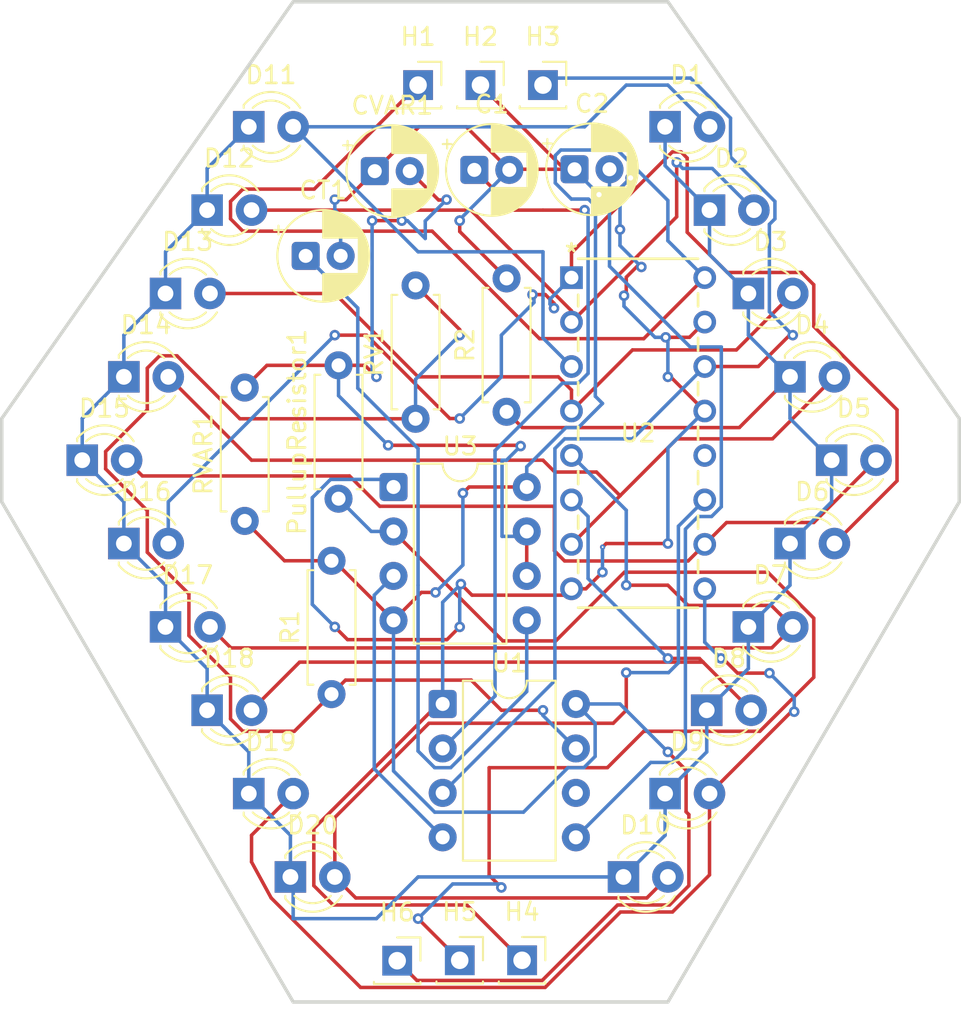
<source format=kicad_pcb>
(kicad_pcb (version 20241229) (generator "pcbnew") (generator_version "9.0")
  (layers (0 "F.Cu" signal) (2 "B.Cu" signal) (13 "F.Paste" user) (15 "B.Paste" user) (5 "F.SilkS" user "F.Silkscreen") (7 "B.SilkS" user "B.Silkscreen") (1 "F.Mask" user) (3 "B.Mask" user) (25 "Edge.Cuts" user))
  (net 0 "")
  (net 1 "Net-(U1-TR)")
  (net 2 "GND")
  (net 3 "Net-(U1-CV)")
  (net 4 "Net-(U3-CV)")
  (net 5 "Net-(U3-DIS)")
  (net 6 "Net-(D1-K)")
  (net 7 "L1")
  (net 8 "L2")
  (net 9 "L3")
  (net 10 "L4")
  (net 11 "L5")
  (net 12 "L6")
  (net 13 "L7")
  (net 14 "L8")
  (net 15 "L9")
  (net 16 "L10")
  (net 17 "+5V")
  (net 18 "OUT")
  (net 19 "Net-(U3-TR)")
  (net 20 "Net-(U1-DIS)")
  (net 21 "OUTPUT")
  (net 22 "Net-(U1-THR)")
  (footprint "Capacitor_THT:CP_Radial_D5.0mm_P2.00mm" (layer "F.Cu") (at 107.87141 64.525698)
    (property "Reference" "CT1")
    (property "Value" "10nF")
  )
  (footprint "Package_DIP:DIP-8_W7.62mm" (layer "F.Cu") (at 112.894582 77.731774)
    (property "Reference" "U3")
    (property "Value" "NE555P")
  )
  (footprint "LED_THT:LED_D3.0mm" (layer "F.Cu") (at 102.235 61.9125)
    (property "Reference" "D12")
    (property "Value" "LED")
  )
  (footprint "LED_THT:LED_D3.0mm" (layer "F.Cu") (at 99.85375 85.725)
    (property "Reference" "D17")
    (property "Value" "LED")
  )
  (footprint "LED_THT:LED_D3.0mm" (layer "F.Cu") (at 99.85375 66.675)
    (property "Reference" "D13")
    (property "Value" "LED")
  )
  (footprint "LED_THT:LED_D3.0mm" (layer "F.Cu") (at 130.96875 61.9125)
    (property "Reference" "D2")
    (property "Value" "LED")
  )
  (footprint "CD4017BE:N16" (layer "F.Cu") (at 123.075006 65.769075)
    (property "Reference" "U2")
    (property "Value" "4017")
  )
  (footprint "LED_THT:LED_D3.0mm" (layer "F.Cu") (at 137.95375 76.2)
    (property "Reference" "D5")
    (property "Value" "LED")
  )
  (footprint "Resistor_THT:R_Axial_DIN0207_L6.3mm_D2.5mm_P7.62mm_Horizontal" (layer "F.Cu") (at 104.384419 79.669448 90)
    (property "Reference" "RVAR1")
    (property "Value" "500k")
  )
  (footprint "Capacitor_THT:CP_Radial_D5.0mm_P2.00mm" (layer "F.Cu") (at 117.517897 59.613465)
    (property "Reference" "C1")
    (property "Value" "1 uf")
  )
  (footprint "LED_THT:LED_D3.0mm" (layer "F.Cu") (at 135.5725 80.9625)
    (property "Reference" "D6")
    (property "Value" "LED")
  )
  (footprint "LED_THT:LED_D3.0mm" (layer "F.Cu") (at 133.19125 85.725)
    (property "Reference" "D7")
    (property "Value" "LED")
  )
  (footprint "Package_DIP:DIP-8_W7.62mm" (layer "F.Cu") (at 115.706657 90.129356)
    (property "Reference" "U1")
    (property "Value" "NE555P")
  )
  (footprint "LED_THT:LED_D3.0mm" (layer "F.Cu") (at 104.61625 95.25)
    (property "Reference" "D19")
    (property "Value" "LED")
  )
  (footprint "LED_THT:LED_D3.0mm" (layer "F.Cu") (at 102.235 90.4875)
    (property "Reference" "D18")
    (property "Value" "LED")
  )
  (footprint "Connector_PinSocket_2.54mm:PinSocket_1x01_P2.54mm_Vertical" (layer "F.Cu") (at 116.68125 104.775)
    (property "Reference" "H5")
    (property "Value" "~")
  )
  (footprint "LED_THT:LED_D3.0mm" (layer "F.Cu") (at 128.42875 57.15)
    (property "Reference" "D1")
    (property "Value" "LED")
  )
  (footprint "Resistor_THT:R_Axial_DIN0207_L6.3mm_D2.5mm_P7.62mm_Horizontal" (layer "F.Cu") (at 109.750499 78.399374 90)
    (property "Reference" "PullupResistor1")
    (property "Value" "10k")
  )
  (footprint "LED_THT:LED_D3.0mm" (layer "F.Cu") (at 95.09125 76.2)
    (property "Reference" "D15")
    (property "Value" "LED")
  )
  (footprint "Resistor_THT:R_Axial_DIN0207_L6.3mm_D2.5mm_P7.62mm_Horizontal" (layer "F.Cu") (at 109.350046 89.566345 90)
    (property "Reference" "R1")
    (property "Value" "1k")
  )
  (footprint "LED_THT:LED_D3.0mm" (layer "F.Cu") (at 126.0475 100.0125)
    (property "Reference" "D10")
    (property "Value" "LED")
  )
  (footprint "LED_THT:LED_D3.0mm" (layer "F.Cu") (at 128.42875 95.25)
    (property "Reference" "D9")
    (property "Value" "LED")
  )
  (footprint "LED_THT:LED_D3.0mm" (layer "F.Cu") (at 97.4725 71.4375)
    (property "Reference" "D14")
    (property "Value" "LED")
  )
  (footprint "LED_THT:LED_D3.0mm" (layer "F.Cu") (at 106.9975 100.0125)
    (property "Reference" "D20")
    (property "Value" "LED")
  )
  (footprint "Resistor_THT:R_Axial_DIN0207_L6.3mm_D2.5mm_P7.62mm_Horizontal" (layer "F.Cu") (at 114.155491 73.834201 90)
    (property "Reference" "RV1")
    (property "Value" "50k")
  )
  (footprint "Resistor_THT:R_Axial_DIN0207_L6.3mm_D2.5mm_P7.62mm_Horizontal" (layer "F.Cu") (at 119.36139 73.433747 90)
    (property "Reference" "R2")
    (property "Value" "470")
  )
  (footprint "Capacitor_THT:CP_Radial_D5.0mm_P2.00mm" (layer "F.Cu") (at 111.822554 59.684657)
    (property "Reference" "CVAR1")
    (property "Value" "10uF")
  )
  (footprint "Capacitor_THT:CP_Radial_D5.0mm_P2.00mm" (layer "F.Cu") (at 123.248835 59.577869)
    (property "Reference" "C2")
    (property "Value" "0.01uF")
  )
  (footprint "Connector_PinSocket_2.54mm:PinSocket_1x01_P2.54mm_Vertical" (layer "F.Cu") (at 114.3 54.76875)
    (property "Reference" "H1")
    (property "Value" "~")
  )
  (footprint "LED_THT:LED_D3.0mm" (layer "F.Cu") (at 133.19125 66.675)
    (property "Reference" "D3")
    (property "Value" "LED")
  )
  (footprint "LED_THT:LED_D3.0mm" (layer "F.Cu") (at 104.61625 57.15)
    (property "Reference" "D11")
    (property "Value" "LED")
  )
  (footprint "Connector_PinSocket_2.54mm:PinSocket_1x01_P2.54mm_Vertical" (layer "F.Cu") (at 117.867779 54.768749)
    (property "Reference" "H2")
    (property "Value" "~")
  )
  (footprint "LED_THT:LED_D3.0mm" (layer "F.Cu") (at 130.81 90.4875)
    (property "Reference" "D8")
    (property "Value" "LED")
  )
  (footprint "Connector_PinSocket_2.54mm:PinSocket_1x01_P2.54mm_Vertical" (layer "F.Cu") (at 120.248188 104.774999)
    (property "Reference" "H4")
    (property "Value" "~")
  )
  (footprint "Connector_PinSocket_2.54mm:PinSocket_1x01_P2.54mm_Vertical" (layer "F.Cu") (at 113.105279 104.79873)
    (property "Reference" "H6")
    (property "Value" "~")
  )
  (footprint "LED_THT:LED_D3.0mm" (layer "F.Cu") (at 135.5725 71.4375)
    (property "Reference" "D4")
    (property "Value" "LED")
  )
  (footprint "LED_THT:LED_D3.0mm" (layer "F.Cu") (at 97.4725 80.9625)
    (property "Reference" "D16")
    (property "Value" "LED")
  )
  (footprint "Connector_PinSocket_2.54mm:PinSocket_1x01_P2.54mm_Vertical" (layer "F.Cu") (at 121.44375 54.76875)
    (property "Reference" "H3")
    (property "Value" "~")
  )
  (gr_poly (pts (xy 107.15625 107.15625) (xy 128.5875 107.15625) (xy 145.25625 78.58125) (xy 145.25625 73.81875) (xy 128.5875 50.00625) (xy 107.15625 50.00625) (xy 90.4875 73.81875) (xy 90.4875 78.58125)) (stroke (width 0.2)) (fill no) (layer "Edge.Cuts"))
  (segment (start 117.517897 59.613465) (end 119.816932 61.9125) (width 0.2) (layer "F.Cu") (net 1))
  (segment (start 119.816932 61.9125) (end 121.44375 61.9125) (width 0.2) (layer "F.Cu") (net 1))
  (segment (start 121.44375 61.9125) (end 123.825 61.9125) (width 0.2) (layer "F.Cu") (net 1))
  (via (at 123.825 61.9125) (size 0.6) (drill 0.3) (layers "F.Cu" "B.Cu") (net 1))
  (segment (start 124.023706 62.111206) (end 124.023706 71.24204) (width 0.2) (layer "B.Cu") (net 1))
  (segment (start 118.702225 75.649962) (end 118.702225 89.673788) (width 0.2) (layer "B.Cu") (net 1))
  (segment (start 118.702225 89.673788) (end 115.706657 92.669356) (width 0.2) (layer "B.Cu") (net 1))
  (segment (start 122.554412 71.797775) (end 118.702225 75.649962) (width 0.2) (layer "B.Cu") (net 1))
  (segment (start 123.467971 71.797775) (end 122.554412 71.797775) (width 0.2) (layer "B.Cu") (net 1))
  (segment (start 123.825 61.9125) (end 124.023706 62.111206) (width 0.2) (layer "B.Cu") (net 1))
  (segment (start 124.023706 71.24204) (end 123.467971 71.797775) (width 0.2) (layer "B.Cu") (net 1))
  (segment (start 129.823419 69.180662) (end 128.463088 69.180662) (width 0.2) (layer "F.Cu") (net 2))
  (segment (start 128.5875 71.4375) (end 128.743431 71.4375) (width 0.2) (layer "F.Cu") (net 2))
  (segment (start 123.248835 59.577869) (end 119.553493 59.577869) (width 0.2) (layer "F.Cu") (net 2))
  (segment (start 115.953476 86.452774) (end 116.68125 85.725) (width 0.2) (layer "F.Cu") (net 2))
  (segment (start 109.441029 101.6145) (end 108.3365 100.509971) (width 0.2) (layer "F.Cu") (net 2))
  (segment (start 122.676899 59.577869) (end 123.248835 59.577869) (width 0.2) (layer "F.Cu") (net 2))
  (segment (start 125.496617 61.026557) (end 126.45133 60.071844) (width 0.2) (layer "F.Cu") (net 2))
  (segment (start 130.695006 68.309075) (end 129.823419 69.180662) (width 0.2) (layer "F.Cu") (net 2))
  (segment (start 126.931841 65.01934) (end 127.072556 65.160055) (width 0.2) (layer "F.Cu") (net 2))
  (segment (start 123.897666 83.549075) (end 124.84689 82.599851) (width 0.2) (layer "F.Cu") (net 2))
  (segment (start 109.5375 85.725) (end 110.265274 86.452774) (width 0.2) (layer "F.Cu") (net 2))
  (segment (start 119.517897 59.613465) (end 119.553493 59.577869) (width 0.2) (layer "F.Cu") (net 2))
  (segment (start 125.058148 80.9625) (end 124.856037 81.164611) (width 0.2) (layer "F.Cu") (net 2))
  (segment (start 119.517897 59.613465) (end 117.054432 57.15) (width 0.2) (layer "F.Cu") (net 2))
  (segment (start 122.711307 83.912774) (end 123.075006 83.549075) (width 0.2) (layer "F.Cu") (net 2))
  (segment (start 126.081838 66.799412) (end 126.20625 66.675) (width 0.2) (layer "F.Cu") (net 2))
  (segment (start 117.087689 101.6145) (end 109.441029 101.6145) (width 0.2) (layer "F.Cu") (net 2))
  (segment (start 119.36139 65.813747) (end 116.68125 63.133607) (width 0.2) (layer "F.Cu") (net 2))
  (segment (start 126.20625 66.675) (end 126.20625 65.744931) (width 0.2) (layer "F.Cu") (net 2))
  (segment (start 120.248188 104.774999) (end 117.087689 101.6145) (width 0.2) (layer "F.Cu") (net 2))
  (segment (start 117.054432 57.15) (end 114.357211 57.15) (width 0.2) (layer "F.Cu") (net 2))
  (segment (start 124.648835 61.026557) (end 125.496617 61.026557) (width 0.2) (layer "F.Cu") (net 2))
  (segment (start 128.5875 80.9625) (end 125.058148 80.9625) (width 0.2) (layer "F.Cu") (net 2))
  (segment (start 125.848835 63.021087) (end 125.70821 63.161712) (width 0.2) (layer "F.Cu") (net 2))
  (segment (start 123.075006 83.549075) (end 123.897666 83.549075) (width 0.2) (layer "F.Cu") (net 2))
  (segment (start 111.822554 59.684657) (end 110.194711 61.3125) (width 0.2) (layer "F.Cu") (net 2))
  (segment (start 108.3365 100.509971) (end 108.3365 97.248253) (width 0.2) (layer "F.Cu") (net 2))
  (segment (start 114.357211 57.15) (end 111.822554 59.684657) (width 0.2) (layer "F.Cu") (net 2))
  (segment (start 116.68125 63.133607) (end 116.68125 62.5125) (width 0.2) (layer "F.Cu") (net 2))
  (segment (start 110.265274 86.452774) (end 115.953476 86.452774) (width 0.2) (layer "F.Cu") (net 2))
  (segment (start 128.743431 71.4375) (end 130.695006 73.389075) (width 0.2) (layer "F.Cu") (net 2))
  (segment (start 117.867779 54.768749) (end 122.676899 59.577869) (width 0.2) (layer "F.Cu") (net 2))
  (segment (start 108.3365 97.248253) (end 115.455397 90.129356) (width 0.2) (layer "F.Cu") (net 2))
  (segment (start 116.748169 83.276831) (end 117.384112 83.912774) (width 0.2) (layer "F.Cu") (net 2))
  (segment (start 115.455397 90.129356) (end 115.706657 90.129356) (width 0.2) (layer "F.Cu") (net 2))
  (segment (start 126.20625 65.744931) (end 126.931841 65.01934) (width 0.2) (layer "F.Cu") (net 2))
  (segment (start 110.194711 61.3125) (end 109.5375 61.3125) (width 0.2) (layer "F.Cu") (net 2))
  (segment (start 117.384112 83.912774) (end 122.711307 83.912774) (width 0.2) (layer "F.Cu") (net 2))
  (via (at 116.68125 85.725) (size 0.6) (drill 0.3) (layers "F.Cu" "B.Cu") (net 2))
  (via (at 128.5875 80.9625) (size 0.6) (drill 0.3) (layers "F.Cu" "B.Cu") (net 2))
  (via (at 126.081838 66.799412) (size 0.6) (drill 0.3) (layers "F.Cu" "B.Cu") (net 2))
  (via (at 109.5375 85.725) (size 0.6) (drill 0.3) (layers "F.Cu" "B.Cu") (net 2))
  (via (at 109.5375 61.3125) (size 0.6) (drill 0.3) (layers "F.Cu" "B.Cu") (net 2))
  (via (at 116.748169 83.276831) (size 0.6) (drill 0.3) (layers "F.Cu" "B.Cu") (net 2))
  (via (at 124.84689 82.599851) (size 0.6) (drill 0.3) (layers "F.Cu" "B.Cu") (net 2))
  (via (at 126.45133 60.071844) (size 0.6) (drill 0.3) (layers "F.Cu" "B.Cu") (net 2))
  (via (at 124.648835 61.026557) (size 0.6) (drill 0.3) (layers "F.Cu" "B.Cu") (net 2))
  (via (at 128.5875 71.4375) (size 0.6) (drill 0.3) (layers "F.Cu" "B.Cu") (net 2))
  (via micro (at 124.856037 81.164611) (size 0.3) (drill 0.1) (layers "F.Cu" "B.Cu") (net 2))
  (via (at 125.848835 63.021087) (size 0.6) (drill 0.3) (layers "F.Cu" "B.Cu") (net 2))
  (via (at 128.463088 69.180662) (size 0.6) (drill 0.3) (layers "F.Cu" "B.Cu") (net 2))
  (via (at 116.68125 62.5125) (size 0.6) (drill 0.3) (layers "F.Cu" "B.Cu") (net 2))
  (via (at 127.072556 65.160055) (size 0.6) (drill 0.3) (layers "F.Cu" "B.Cu") (net 2))
  (via (at 116.68125 62.5125) (size 0.6) (drill 0.3) (layers "F.Cu" "B.Cu") (net 2))
  (segment (start 124.84689 81.173758) (end 124.84689 82.599851) (width 0.2) (layer "B.Cu") (net 2))
  (segment (start 116.68125 85.725) (end 116.68125 83.34375) (width 0.2) (layer "B.Cu") (net 2))
  (segment (start 126.077148 67.403696) (end 126.077148 66.804102) (width 0.2) (layer "B.Cu") (net 2))
  (segment (start 130.695006 73.389075) (end 128.5875 75.496581) (width 0.2) (layer "B.Cu") (net 2))
  (segment (start 109.5375 61.9125) (end 109.87141 62.24641) (width 0.2) (layer "B.Cu") (net 2))
  (segment (start 108.249046 78.343777) (end 108.249046 84.436546) (width 0.2) (layer "B.Cu") (net 2))
  (segment (start 115.706657 90.129356) (end 115.706657 84.318343) (width 0.2) (layer "B.Cu") (net 2))
  (segment (start 116.68125 83.34375) (end 116.748169 83.276831) (width 0.2) (layer "B.Cu") (net 2))
  (segment (start 128.463088 69.180662) (end 127.854114 69.180662) (width 0.2) (layer "B.Cu") (net 2))
  (segment (start 125.848835 60.674339) (end 125.848835 63.021087) (width 0.2) (layer "B.Cu") (net 2))
  (segment (start 112.894582 77.731774) (end 112.461182 77.298374) (width 0.2) (layer "B.Cu") (net 2))
  (segment (start 116.68125 62.450112) (end 116.68125 62.5125) (width 0.2) (layer "B.Cu") (net 2))
  (segment (start 128.5875 69.305074) (end 128.5875 71.4375) (width 0.2) (layer "B.Cu") (net 2))
  (segment (start 127.854114 69.180662) (end 126.077148 67.403696) (width 0.2) (layer "B.Cu") (net 2))
  (segment (start 125.940221 64.02772) (end 127.072556 65.160055) (width 0.2) (layer "B.Cu") (net 2))
  (segment (start 128.5875 75.496581) (end 128.5875 80.9625) (width 0.2) (layer "B.Cu") (net 2))
  (segment (start 109.294449 77.298374) (end 108.249046 78.343777) (width 0.2) (layer "B.Cu") (net 2))
  (segment (start 119.517897 59.613465) (end 116.68125 62.450112) (width 0.2) (layer "B.Cu") (net 2))
  (segment (start 125.848835 63.936334) (end 125.848835 63.021087) (width 0.2) (layer "B.Cu") (net 2))
  (segment (start 123.248835 59.577869) (end 123.248835 59.626557) (width 0.2) (layer "B.Cu") (net 2))
  (segment (start 112.461182 77.298374) (end 109.294449 77.298374) (width 0.2) (layer "B.Cu") (net 2))
  (segment (start 115.706657 84.318343) (end 116.68125 83.34375) (width 0.2) (layer "B.Cu") (net 2))
  (segment (start 125.940221 64.02772) (end 125.848835 63.936334) (width 0.2) (layer "B.Cu") (net 2))
  (segment (start 109.87141 62.24641) (end 109.87141 64.525698) (width 0.2) (layer "B.Cu") (net 2))
  (segment (start 123.248835 59.626557) (end 124.648835 61.026557) (width 0.2) (layer "B.Cu") (net 2))
  (segment (start 124.856037 81.164611) (end 124.84689 81.173758) (width 0.2) (layer "B.Cu") (net 2))
  (segment (start 108.249046 84.436546) (end 109.5375 85.725) (width 0.2) (layer "B.Cu") (net 2))
  (segment (start 126.45133 60.071844) (end 125.848835 60.674339) (width 0.2) (layer "B.Cu") (net 2))
  (segment (start 128.463088 69.180662) (end 128.5875 69.305074) (width 0.2) (layer "B.Cu") (net 2))
  (segment (start 126.077148 66.804102) (end 126.081838 66.799412) (width 0.2) (layer "B.Cu") (net 2))
  (segment (start 109.5375 61.3125) (end 109.5375 61.9125) (width 0.2) (layer "B.Cu") (net 2))
  (segment (start 131.643706 78.86204) (end 131.643706 69.731206) (width 0.2) (layer "B.Cu") (net 3))
  (segment (start 130.313406 79.417775) (end 131.087971 79.417775) (width 0.2) (layer "B.Cu") (net 3))
  (segment (start 129.5895 80.141681) (end 130.313406 79.417775) (width 0.2) (layer "B.Cu") (net 3))
  (segment (start 129.5895 92.716693) (end 129.5895 80.141681) (width 0.2) (layer "B.Cu") (net 3))
  (segment (start 131.643706 69.731206) (end 129.862162 69.731206) (width 0.2) (layer "B.Cu") (net 3))
  (segment (start 123.326657 97.749356) (end 127.606263 93.46975) (width 0.2) (layer "B.Cu") (net 3))
  (segment (start 128.836443 93.46975) (end 129.5895 92.716693) (width 0.2) (layer "B.Cu") (net 3))
  (segment (start 125.248835 65.117879) (end 125.248835 59.577869) (width 0.2) (layer "B.Cu") (net 3))
  (segment (start 131.087971 79.417775) (end 131.643706 78.86204) (width 0.2) (layer "B.Cu") (net 3))
  (segment (start 129.862162 69.731206) (end 125.248835 65.117879) (width 0.2) (layer "B.Cu") (net 3))
  (segment (start 127.606263 93.46975) (end 128.836443 93.46975) (width 0.2) (layer "B.Cu") (net 3))
  (segment (start 114.3 83.34375) (end 114.3 75.53576) (width 0.2) (layer "B.Cu") (net 4))
  (segment (start 120.514582 89.418481) (end 116.162707 93.770356) (width 0.2) (layer "B.Cu") (net 4))
  (segment (start 116.162707 93.770356) (end 115.250607 93.770356) (width 0.2) (layer "B.Cu") (net 4))
  (segment (start 115.250607 93.770356) (end 114.3 92.819749) (width 0.2) (layer "B.Cu") (net 4))
  (segment (start 114.3 75.53576) (end 110.851499 72.087259) (width 0.2) (layer "B.Cu") (net 4))
  (segment (start 110.851499 67.505787) (end 107.87141 64.525698) (width 0.2) (layer "B.Cu") (net 4))
  (segment (start 120.514582 85.351774) (end 120.514582 89.418481) (width 0.2) (layer "B.Cu") (net 4))
  (segment (start 114.3 92.819749) (end 114.3 83.34375) (width 0.2) (layer "B.Cu") (net 4))
  (segment (start 110.851499 72.087259) (end 110.851499 67.505787) (width 0.2) (layer "B.Cu") (net 4))
  (segment (start 120.514582 82.811774) (end 120.514582 80.271774) (width 0.2) (layer "F.Cu") (net 5))
  (segment (start 113.367277 62.5125) (end 111.825002 62.5125) (width 0.2) (layer "F.Cu") (net 5))
  (segment (start 111.260624 70.779374) (end 109.750499 70.779374) (width 0.2) (layer "F.Cu") (net 5))
  (segment (start 111.71347 62.5135) (end 111.671223 62.5135) (width 0.2) (layer "F.Cu") (net 5))
  (segment (start 112.587722 75.349373) (end 120.121115 75.349373) (width 0.2) (layer "F.Cu") (net 5))
  (segment (start 111.768736 62.568766) (end 111.71347 62.5135) (width 0.2) (layer "F.Cu") (net 5))
  (segment (start 115.9295 61.334775) (end 115.9295 61.3125) (width 0.2) (layer "F.Cu") (net 5))
  (segment (start 111.91875 71.4375) (end 111.260624 70.779374) (width 0.2) (layer "F.Cu") (net 5))
  (segment (start 105.654493 70.779374) (end 104.384419 72.049448) (width 0.2) (layer "F.Cu") (net 5))
  (segment (start 120.121115 75.349373) (end 120.164901 75.393159) (width 0.2) (layer "F.Cu") (net 5))
  (segment (start 109.750499 70.779374) (end 105.654493 70.779374) (width 0.2) (layer "F.Cu") (net 5))
  (segment (start 115.472672 61.334775) (end 115.9295 61.334775) (width 0.2) (layer "F.Cu") (net 5))
  (segment (start 111.825002 62.5125) (end 111.768736 62.568766) (width 0.2) (layer "F.Cu") (net 5))
  (segment (start 113.822554 59.684657) (end 115.472672 61.334775) (width 0.2) (layer "F.Cu") (net 5))
  (via (at 115.9295 61.3125) (size 0.6) (drill 0.3) (layers "F.Cu" "B.Cu") (net 5))
  (via (at 112.587722 75.349373) (size 0.6) (drill 0.3) (layers "F.Cu" "B.Cu") (net 5))
  (via (at 111.91875 71.4375) (size 0.6) (drill 0.3) (layers "F.Cu" "B.Cu") (net 5))
  (via (at 113.367277 62.5125) (size 0.6) (drill 0.3) (layers "F.Cu" "B.Cu") (net 5))
  (via (at 120.164901 75.393159) (size 0.6) (drill 0.3) (layers "F.Cu" "B.Cu") (net 5))
  (via (at 111.671223 62.5135) (size 0.6) (drill 0.3) (layers "F.Cu" "B.Cu") (net 5))
  (segment (start 109.750499 70.779374) (end 109.750499 72.51215) (width 0.2) (layer "B.Cu") (net 5))
  (segment (start 114.71133 63.53381) (end 113.69002 62.5125) (width 0.2) (layer "B.Cu") (net 5))
  (segment (start 119.103225 80.551761) (end 119.103225 76.2) (width 0.2) (layer "B.Cu") (net 5))
  (segment (start 113.69002 62.5125) (end 113.367277 62.5125) (width 0.2) (layer "B.Cu") (net 5))
  (segment (start 115.9295 61.3125) (end 114.71133 62.53067) (width 0.2) (layer "B.Cu") (net 5))
  (segment (start 119.103225 76.2) (end 119.35806 76.2) (width 0.2) (layer "B.Cu") (net 5))
  (segment (start 114.71133 62.53067) (end 114.71133 63.53381) (width 0.2) (layer "B.Cu") (net 5))
  (segment (start 120.514582 80.271774) (end 120.234595 80.551761) (width 0.2) (layer "B.Cu") (net 5))
  (segment (start 109.750499 72.51215) (end 112.587722 75.349373) (width 0.2) (layer "B.Cu") (net 5))
  (segment (start 119.35806 76.2) (end 120.164901 75.393159) (width 0.2) (layer "B.Cu") (net 5))
  (segment (start 111.671223 62.5135) (end 111.671223 71.189973) (width 0.2) (layer "B.Cu") (net 5))
  (segment (start 120.234595 80.551761) (end 119.103225 80.551761) (width 0.2) (layer "B.Cu") (net 5))
  (segment (start 111.671223 71.189973) (end 111.91875 71.4375) (width 0.2) (layer "B.Cu") (net 5))
  (segment (start 132.672225 74.337775) (end 135.5725 71.4375) (width 0.2) (layer "F.Cu") (net 6))
  (segment (start 119.36139 73.433747) (end 120.265418 74.337775) (width 0.2) (layer "F.Cu") (net 6))
  (segment (start 120.265418 74.337775) (end 132.672225 74.337775) (width 0.2) (layer "F.Cu") (net 6))
  (segment (start 95.09125 73.81875) (end 97.4725 71.4375) (width 0.2) (layer "B.Cu") (net 6))
  (segment (start 135.5725 80.9625) (end 135.5725 83.34375) (width 0.2) (layer "B.Cu") (net 6))
  (segment (start 133.19125 88.10625) (end 130.81 90.4875) (width 0.2) (layer "B.Cu") (net 6))
  (segment (start 133.19125 66.675) (end 133.19125 69.05625) (width 0.2) (layer "B.Cu") (net 6))
  (segment (start 102.235 88.10625) (end 99.85375 85.725) (width 0.2) (layer "B.Cu") (net 6))
  (segment (start 107.15625 100.17125) (end 106.9975 100.0125) (width 0.2) (layer "B.Cu") (net 6))
  (segment (start 97.4725 69.05625) (end 99.85375 66.675) (width 0.2) (layer "B.Cu") (net 6))
  (segment (start 102.235 61.9125) (end 102.235 59.53125) (width 0.2) (layer "B.Cu") (net 6))
  (segment (start 130.81 90.4875) (end 130.81 92.86875) (width 0.2) (layer "B.Cu") (net 6))
  (segment (start 95.09125 76.2) (end 95.09125 73.81875) (width 0.2) (layer "B.Cu") (net 6))
  (segment (start 114.3 100.0125) (end 111.91875 102.39375) (width 0.2) (layer "B.Cu") (net 6))
  (segment (start 104.61625 95.25) (end 104.61625 92.86875) (width 0.2) (layer "B.Cu") (net 6))
  (segment (start 137.95375 78.58125) (end 135.5725 80.9625) (width 0.2) (layer "B.Cu") (net 6))
  (segment (start 133.19125 69.05625) (end 135.5725 71.4375) (width 0.2) (layer "B.Cu") (net 6))
  (segment (start 135.5725 83.34375) (end 133.19125 85.725) (width 0.2) (layer "B.Cu") (net 6))
  (segment (start 99.85375 85.725) (end 99.85375 83.34375) (width 0.2) (layer "B.Cu") (net 6))
  (segment (start 133.19125 85.725) (end 133.19125 88.10625) (width 0.2) (layer "B.Cu") (net 6))
  (segment (start 106.9975 97.63125) (end 104.61625 95.25) (width 0.2) (layer "B.Cu") (net 6))
  (segment (start 137.95375 76.2) (end 137.95375 78.58125) (width 0.2) (layer "B.Cu") (net 6))
  (segment (start 102.235 59.53125) (end 104.61625 57.15) (width 0.2) (layer "B.Cu") (net 6))
  (segment (start 97.4725 71.4375) (end 97.4725 69.05625) (width 0.2) (layer "B.Cu") (net 6))
  (segment (start 126.0475 100.0125) (end 114.3 100.0125) (width 0.2) (layer "B.Cu") (net 6))
  (segment (start 97.4725 80.9625) (end 97.4725 78.58125) (width 0.2) (layer "B.Cu") (net 6))
  (segment (start 104.61625 92.86875) (end 102.235 90.4875) (width 0.2) (layer "B.Cu") (net 6))
  (segment (start 130.96875 64.4525) (end 133.19125 66.675) (width 0.2) (layer "B.Cu") (net 6))
  (segment (start 128.42875 95.25) (end 128.42875 97.63125) (width 0.2) (layer "B.Cu") (net 6))
  (segment (start 102.235 90.4875) (end 102.235 88.10625) (width 0.2) (layer "B.Cu") (net 6))
  (segment (start 99.85375 83.34375) (end 97.4725 80.9625) (width 0.2) (layer "B.Cu") (net 6))
  (segment (start 130.96875 61.9125) (end 130.96875 64.4525) (width 0.2) (layer "B.Cu") (net 6))
  (segment (start 128.42875 57.15) (end 128.42875 59.3725) (width 0.2) (layer "B.Cu") (net 6))
  (segment (start 106.9975 100.0125) (end 106.9975 97.63125) (width 0.2) (layer "B.Cu") (net 6))
  (segment (start 128.42875 59.3725) (end 130.96875 61.9125) (width 0.2) (layer "B.Cu") (net 6))
  (segment (start 99.85375 66.675) (end 99.85375 64.29375) (width 0.2) (layer "B.Cu") (net 6))
  (segment (start 135.5725 73.81875) (end 137.95375 76.2) (width 0.2) (layer "B.Cu") (net 6))
  (segment (start 107.15625 102.39375) (end 107.15625 100.17125) (width 0.2) (layer "B.Cu") (net 6))
  (segment (start 111.91875 102.39375) (end 107.15625 102.39375) (width 0.2) (layer "B.Cu") (net 6))
  (segment (start 97.4725 78.58125) (end 95.09125 76.2) (width 0.2) (layer "B.Cu") (net 6))
  (segment (start 130.81 92.86875) (end 128.42875 95.25) (width 0.2) (layer "B.Cu") (net 6))
  (segment (start 128.42875 97.63125) (end 126.0475 100.0125) (width 0.2) (layer "B.Cu") (net 6))
  (segment (start 135.5725 71.4375) (end 135.5725 73.81875) (width 0.2) (layer "B.Cu") (net 6))
  (segment (start 99.85375 64.29375) (end 102.235 61.9125) (width 0.2) (layer "B.Cu") (net 6))
  (segment (start 130.96875 57.15) (end 128.5875 54.76875) (width 0.2) (layer "B.Cu") (net 7))
  (segment (start 121.44375 64.29375) (end 121.44375 69.217819) (width 0.2) (layer "B.Cu") (net 7))
  (segment (start 123.825 57.15) (end 107.15625 57.15) (width 0.2) (layer "B.Cu") (net 7))
  (segment (start 128.5875 54.76875) (end 126.20625 54.76875) (width 0.2) (layer "B.Cu") (net 7))
  (segment (start 107.15625 57.15) (end 114.3 64.29375) (width 0.2) (layer "B.Cu") (net 7))
  (segment (start 114.3 64.29375) (end 121.44375 64.29375) (width 0.2) (layer "B.Cu") (net 7))
  (segment (start 121.44375 69.217819) (end 123.075006 70.849075) (width 0.2) (layer "B.Cu") (net 7))
  (segment (start 126.20625 54.76875) (end 123.825 57.15) (width 0.2) (layer "B.Cu") (net 7))
  (segment (start 123.075006 67.666475) (end 123.075006 68.309075) (width 0.2) (layer "F.Cu") (net 8))
  (segment (start 117.321031 61.9125) (end 123.075006 67.666475) (width 0.2) (layer "F.Cu") (net 8))
  (segment (start 104.775 61.9125) (end 117.321031 61.9125) (width 0.2) (layer "F.Cu") (net 8))
  (segment (start 129.090615 59.185835) (end 129.090615 62.293466) (width 0.2) (layer "F.Cu") (net 8))
  (segment (start 129.090615 62.293466) (end 123.075006 68.309075) (width 0.2) (layer "F.Cu") (net 8))
  (via (at 129.090615 59.185835) (size 0.6) (drill 0.3) (layers "F.Cu" "B.Cu") (net 8))
  (segment (start 131.1275 59.53125) (end 129.43603 59.53125) (width 0.2) (layer "B.Cu") (net 8))
  (segment (start 129.43603 59.53125) (end 129.090615 59.185835) (width 0.2) (layer "B.Cu") (net 8))
  (segment (start 131.1275 59.53125) (end 133.50875 61.9125) (width 0.2) (layer "B.Cu") (net 8))
  (segment (start 123.075006 72.19074) (end 123.075006 73.389075) (width 0.2) (layer "F.Cu") (net 9))
  (segment (start 114.3 71.4375) (end 122.321766 71.4375) (width 0.2) (layer "F.Cu") (net 9))
  (segment (start 102.39375 66.675) (end 109.5375 66.675) (width 0.2) (layer "F.Cu") (net 9))
  (segment (start 109.5375 66.675) (end 114.3 71.4375) (width 0.2) (layer "F.Cu") (net 9))
  (segment (start 126.563706 69.900375) (end 123.075006 73.389075) (width 0.2) (layer "F.Cu") (net 9))
  (segment (start 135.73125 66.675) (end 132.505875 69.900375) (width 0.2) (layer "F.Cu") (net 9))
  (segment (start 132.505875 69.900375) (end 126.563706 69.900375) (width 0.2) (layer "F.Cu") (net 9))
  (segment (start 122.321766 71.4375) (end 123.075006 72.19074) (width 0.2) (layer "F.Cu") (net 9))
  (segment (start 100.0125 71.4375) (end 104.775 76.2) (width 0.2) (layer "F.Cu") (net 10))
  (segment (start 122.121525 76.877775) (end 124.502775 76.877775) (width 0.2) (layer "F.Cu") (net 10))
  (segment (start 138.1125 71.4375) (end 134.569625 74.980375) (width 0.2) (layer "F.Cu") (net 10))
  (segment (start 125.85454 78.22954) (end 123.075006 81.009075) (width 0.2) (layer "F.Cu") (net 10))
  (segment (start 129.103706 74.980375) (end 125.85454 78.22954) (width 0.2) (layer "F.Cu") (net 10))
  (segment (start 104.775 76.2) (end 121.44375 76.2) (width 0.2) (layer "F.Cu") (net 10))
  (segment (start 121.44375 76.2) (end 122.121525 76.877775) (width 0.2) (layer "F.Cu") (net 10))
  (segment (start 124.502775 76.877775) (end 125.85454 78.22954) (width 0.2) (layer "F.Cu") (net 10))
  (segment (start 134.569625 74.980375) (end 129.103706 74.980375) (width 0.2) (layer "F.Cu") (net 10))
  (segment (start 131.942581 79.7615) (end 130.695006 81.009075) (width 0.2) (layer "F.Cu") (net 11))
  (segment (start 98.53125 77.1) (end 110.376648 77.1) (width 0.2) (layer "F.Cu") (net 11))
  (segment (start 122.682041 81.957775) (end 129.746306 81.957775) (width 0.2) (layer "F.Cu") (net 11))
  (segment (start 112.109422 78.832774) (end 122.09704 78.832774) (width 0.2) (layer "F.Cu") (net 11))
  (segment (start 122.09704 78.832774) (end 122.09704 81.372774) (width 0.2) (layer "F.Cu") (net 11))
  (segment (start 122.09704 81.372774) (end 122.682041 81.957775) (width 0.2) (layer "F.Cu") (net 11))
  (segment (start 136.93225 79.7615) (end 131.942581 79.7615) (width 0.2) (layer "F.Cu") (net 11))
  (segment (start 129.746306 81.957775) (end 130.695006 81.009075) (width 0.2) (layer "F.Cu") (net 11))
  (segment (start 97.63125 76.2) (end 98.53125 77.1) (width 0.2) (layer "F.Cu") (net 11))
  (segment (start 140.49375 76.2) (end 136.93225 79.7615) (width 0.2) (layer "F.Cu") (net 11))
  (segment (start 110.376648 77.1) (end 112.109422 78.832774) (width 0.2) (layer "F.Cu") (net 11))
  (segment (start 111.35165 69.05625) (end 116.11415 73.81875) (width 0.2) (layer "F.Cu") (net 12))
  (segment (start 129.339558 58.584835) (end 128.841672 58.584835) (width 0.2) (layer "F.Cu") (net 12))
  (segment (start 136.93225 66.177529) (end 136.228721 65.474) (width 0.2) (layer "F.Cu") (net 12))
  (segment (start 122.075933 67.234502) (end 122.075933 67.515932) (width 0.2) (layer "F.Cu") (net 12))
  (segment (start 129.691615 58.936892) (end 129.339558 58.584835) (width 0.2) (layer "F.Cu") (net 12))
  (segment (start 129.691615 63.175365) (end 129.691615 58.936892) (width 0.2) (layer "F.Cu") (net 12))
  (segment (start 120.84375 66.738842) (end 121.580273 66.738842) (width 0.2) (layer "F.Cu") (net 12))
  (segment (start 123.075006 64.351501) (end 123.075006 65.769075) (width 0.2) (layer "F.Cu") (net 12))
  (segment (start 136.93225 68.558779) (end 136.93225 66.177529) (width 0.2) (layer "F.Cu") (net 12))
  (segment (start 141.69475 77.38025) (end 141.69475 73.321279) (width 0.2) (layer "F.Cu") (net 12))
  (segment (start 121.580273 66.738842) (end 121.842756 67.001325) (width 0.2) (layer "F.Cu") (net 12))
  (segment (start 138.1125 80.9625) (end 141.69475 77.38025) (width 0.2) (layer "F.Cu") (net 12))
  (segment (start 121.842756 67.001325) (end 122.075933 67.234502) (width 0.2) (layer "F.Cu") (net 12))
  (segment (start 128.841672 58.584835) (end 123.075006 64.351501) (width 0.2) (layer "F.Cu") (net 12))
  (segment (start 141.69475 73.321279) (end 136.93225 68.558779) (width 0.2) (layer "F.Cu") (net 12))
  (segment (start 109.5375 69.05625) (end 111.35165 69.05625) (width 0.2) (layer "F.Cu") (net 12))
  (segment (start 116.11415 73.81875) (end 116.68125 73.81875) (width 0.2) (layer "F.Cu") (net 12))
  (segment (start 136.228721 65.474) (end 131.99025 65.474) (width 0.2) (layer "F.Cu") (net 12))
  (segment (start 131.99025 65.474) (end 129.691615 63.175365) (width 0.2) (layer "F.Cu") (net 12))
  (via (at 116.68125 73.81875) (size 0.6) (drill 0.3) (layers "F.Cu" "B.Cu") (net 12))
  (via (at 109.5375 69.05625) (size 0.6) (drill 0.3) (layers "F.Cu" "B.Cu") (net 12))
  (via (at 122.075933 67.515932) (size 0.6) (drill 0.3) (layers "F.Cu" "B.Cu") (net 12))
  (via (at 120.84375 66.738842) (size 0.6) (drill 0.3) (layers "F.Cu" "B.Cu") (net 12))
  (segment (start 120.927343 66.738842) (end 120.84375 66.738842) (width 0.2) (layer "B.Cu") (net 12))
  (segment (start 100.0125 78.58125) (end 109.5375 69.05625) (width 0.2) (layer "B.Cu") (net 12))
  (segment (start 119.0625 71.4375) (end 119.0625 69.05625) (width 0.2) (layer "B.Cu") (net 12))
  (segment (start 116.68125 73.81875) (end 119.0625 71.4375) (width 0.2) (layer "B.Cu") (net 12))
  (segment (start 121.84475 66.999331) (end 121.84475 67.284749) (width 0.2) (layer "B.Cu") (net 12))
  (segment (start 121.84475 67.284749) (end 122.075933 67.515932) (width 0.2) (layer "B.Cu") (net 12))
  (segment (start 100.0125 80.9625) (end 100.0125 78.58125) (width 0.2) (layer "B.Cu") (net 12))
  (segment (start 119.0625 69.05625) (end 120.927343 67.191407) (width 0.2) (layer "B.Cu") (net 12))
  (segment (start 120.927343 67.191407) (end 120.927343 66.738842) (width 0.2) (layer "B.Cu") (net 12))
  (segment (start 123.075006 65.769075) (end 121.84475 66.999331) (width 0.2) (layer "B.Cu") (net 12))
  (segment (start 103.59475 86.926) (end 134.53025 86.926) (width 0.2) (layer "F.Cu") (net 13))
  (segment (start 134.504025 84.497775) (end 129.741525 84.497775) (width 0.2) (layer "F.Cu") (net 13))
  (segment (start 129.741525 84.497775) (end 128.5875 83.34375) (width 0.2) (layer "F.Cu") (net 13))
  (segment (start 134.53025 86.926) (end 135.73125 85.725) (width 0.2) (layer "F.Cu") (net 13))
  (segment (start 102.39375 85.725) (end 103.59475 86.926) (width 0.2) (layer "F.Cu") (net 13))
  (segment (start 135.73125 85.725) (end 134.504025 84.497775) (width 0.2) (layer "F.Cu") (net 13))
  (segment (start 128.5875 83.34375) (end 126.20625 83.34375) (width 0.2) (layer "F.Cu") (net 13))
  (via (at 126.20625 83.34375) (size 0.6) (drill 0.3) (layers "F.Cu" "B.Cu") (net 13))
  (segment (start 126.20625 83.34375) (end 126.20625 79.060319) (width 0.2) (layer "B.Cu") (net 13))
  (segment (start 126.20625 79.060319) (end 123.075006 75.929075) (width 0.2) (layer "B.Cu") (net 13))
  (segment (start 130.600356 87.737856) (end 130.3885 87.526) (width 0.2) (layer "F.Cu") (net 14))
  (segment (start 107.524644 87.737856) (end 130.600356 87.737856) (width 0.2) (layer "F.Cu") (net 14))
  (segment (start 104.775 90.4875) (end 107.524644 87.737856) (width 0.2) (layer "F.Cu") (net 14))
  (segment (start 130.600356 87.737856) (end 133.35 90.4875) (width 0.2) (layer "F.Cu") (net 14))
  (segment (start 130.3885 87.526) (end 128.5875 87.526) (width 0.2) (layer "F.Cu") (net 14))
  (via (at 128.5875 87.526) (size 0.6) (drill 0.3) (layers "F.Cu" "B.Cu") (net 14))
  (segment (start 128.5875 87.526) (end 124.023706 82.962206) (width 0.2) (layer "B.Cu") (net 14))
  (segment (start 124.023706 82.962206) (end 124.023706 79.417775) (width 0.2) (layer "B.Cu") (net 14))
  (segment (start 124.023706 79.417775) (end 123.075006 78.469075) (width 0.2) (layer "B.Cu") (net 14))
  (segment (start 131.620499 87.417161) (end 131.620499 87.526) (width 0.2) (layer "F.Cu") (net 15))
  (segment (start 125.876787 102.0155) (end 121.565288 106.326999) (width 0.2) (layer "F.Cu") (net 15))
  (segment (start 134.396978 88.366385) (end 132.569723 88.366385) (width 0.2) (layer "F.Cu") (net 15))
  (segment (start 121.565288 106.326999) (end 111.011704 106.326999) (width 0.2) (layer "F.Cu") (net 15))
  (segment (start 135.73125 90.4875) (end 135.814125 90.570375) (width 0.2) (layer "F.Cu") (net 15))
  (segment (start 105.898205 101.2135) (end 104.775 99.154291) (width 0.2) (layer "F.Cu") (net 15))
  (segment (start 130.96875 95.25) (end 135.73125 90.4875) (width 0.2) (layer "F.Cu") (net 15))
  (segment (start 130.96875 99.896821) (end 128.850071 102.0155) (width 0.2) (layer "F.Cu") (net 15))
  (segment (start 130.96875 95.25) (end 130.96875 99.896821) (width 0.2) (layer "F.Cu") (net 15))
  (segment (start 132.569723 88.366385) (end 131.620499 87.417161) (width 0.2) (layer "F.Cu") (net 15))
  (segment (start 104.775 99.154291) (end 104.775 97.63125) (width 0.2) (layer "F.Cu") (net 15))
  (segment (start 128.850071 102.0155) (end 125.876787 102.0155) (width 0.2) (layer "F.Cu") (net 15))
  (segment (start 111.011704 106.326999) (end 105.898205 101.2135) (width 0.2) (layer "F.Cu") (net 15))
  (segment (start 104.775 97.63125) (end 107.15625 95.25) (width 0.2) (layer "F.Cu") (net 15))
  (via (at 135.814125 90.570375) (size 0.6) (drill 0.3) (layers "F.Cu" "B.Cu") (net 15))
  (via (at 131.620499 87.526) (size 0.6) (drill 0.3) (layers "F.Cu" "B.Cu") (net 15))
  (via (at 134.396978 88.366385) (size 0.6) (drill 0.3) (layers "F.Cu" "B.Cu") (net 15))
  (segment (start 135.814125 89.783532) (end 134.396978 88.366385) (width 0.2) (layer "B.Cu") (net 15))
  (segment (start 130.695006 86.600507) (end 130.695006 83.549075) (width 0.2) (layer "B.Cu") (net 15))
  (segment (start 135.814125 90.570375) (end 135.814125 89.783532) (width 0.2) (layer "B.Cu") (net 15))
  (segment (start 131.620499 87.526) (end 130.695006 86.600507) (width 0.2) (layer "B.Cu") (net 15))
  (segment (start 125.463394 91.230356) (end 126.20625 90.4875) (width 0.2) (layer "F.Cu") (net 16))
  (segment (start 114.921497 91.230356) (end 125.463394 91.230356) (width 0.2) (layer "F.Cu") (net 16))
  (segment (start 127.3865 101.2135) (end 110.7385 101.2135) (width 0.2) (layer "F.Cu") (net 16))
  (segment (start 110.7385 101.2135) (end 109.5375 100.0125) (width 0.2) (layer "F.Cu") (net 16))
  (segment (start 109.5375 96.614353) (end 114.921497 91.230356) (width 0.2) (layer "F.Cu") (net 16))
  (segment (start 109.5375 100.0125) (end 109.5375 96.614353) (width 0.2) (layer "F.Cu") (net 16))
  (segment (start 126.20625 90.4875) (end 126.20625 88.337856) (width 0.2) (layer "F.Cu") (net 16))
  (segment (start 128.5875 100.0125) (end 127.3865 101.2135) (width 0.2) (layer "F.Cu") (net 16))
  (via (at 126.20625 88.337856) (size 0.6) (drill 0.3) (layers "F.Cu" "B.Cu") (net 16))
  (segment (start 128.625587 88.337856) (end 129.1885 87.774943) (width 0.2) (layer "B.Cu") (net 16))
  (segment (start 129.1885 79.975581) (end 130.695006 78.469075) (width 0.2) (layer "B.Cu") (net 16))
  (segment (start 129.1885 87.774943) (end 129.1885 79.975581) (width 0.2) (layer "B.Cu") (net 16))
  (segment (start 126.20625 88.337856) (end 128.625587 88.337856) (width 0.2) (layer "B.Cu") (net 16))
  (segment (start 113.105279 104.79873) (end 114.232548 105.925999) (width 0.2) (layer "F.Cu") (net 17))
  (segment (start 103.574 61.415029) (end 103.574 62.409971) (width 0.2) (layer "F.Cu") (net 17))
  (segment (start 104.277529 63.1135) (end 115.104093 63.1135) (width 0.2) (layer "F.Cu") (net 17))
  (segment (start 128.683971 101.6145) (end 129.7885 100.509971) (width 0.2) (layer "F.Cu") (net 17))
  (segment (start 129.62975 96.29225) (end 129.62975 93.911) (width 0.2) (layer "F.Cu") (net 17))
  (segment (start 129.62975 93.911) (end 128.5875 92.86875) (width 0.2) (layer "F.Cu") (net 17))
  (segment (start 127.206306 69.257775) (end 130.695006 65.769075) (width 0.2) (layer "F.Cu") (net 17))
  (segment (start 121.248368 69.257775) (end 127.206306 69.257775) (width 0.2) (layer "F.Cu") (net 17))
  (segment (start 114.490996 83.75536) (end 115.296684 83.75536) (width 0.2) (layer "F.Cu") (net 17))
  (segment (start 120.514582 77.731774) (end 117.214878 77.731774) (width 0.2) (layer "F.Cu") (net 17))
  (segment (start 103.574 62.409971) (end 104.277529 63.1135) (width 0.2) (layer "F.Cu") (net 17))
  (segment (start 109.350046 81.946345) (end 106.661316 81.946345) (width 0.2) (layer "F.Cu") (net 17))
  (segment (start 115.104093 63.1135) (end 121.248368 69.257775) (width 0.2) (layer "F.Cu") (net 17))
  (segment (start 108.35725 60.7115) (end 104.277529 60.7115) (width 0.2) (layer "F.Cu") (net 17))
  (segment (start 117.214878 77.731774) (end 116.862904 78.083748) (width 0.2) (layer "F.Cu") (net 17))
  (segment (start 104.277529 60.7115) (end 103.574 61.415029) (width 0.2) (layer "F.Cu") (net 17))
  (segment (start 114.3 54.76875) (end 108.35725 60.7115) (width 0.2) (layer "F.Cu") (net 17))
  (segment (start 112.894582 85.351774) (end 114.490996 83.75536) (width 0.2) (layer "F.Cu") (net 17))
  (segment (start 129.7885 96.451) (end 129.62975 96.29225) (width 0.2) (layer "F.Cu") (net 17))
  (segment (start 112.894582 85.351774) (end 109.489153 81.946345) (width 0.2) (layer "F.Cu") (net 17))
  (segment (start 129.7885 100.509971) (end 129.7885 96.451) (width 0.2) (layer "F.Cu") (net 17))
  (segment (start 114.232548 105.925999) (end 121.399188 105.925999) (width 0.2) (layer "F.Cu") (net 17))
  (segment (start 109.489153 81.946345) (end 109.350046 81.946345) (width 0.2) (layer "F.Cu") (net 17))
  (segment (start 121.399188 105.925999) (end 125.710687 101.6145) (width 0.2) (layer "F.Cu") (net 17))
  (segment (start 106.661316 81.946345) (end 104.384419 79.669448) (width 0.2) (layer "F.Cu") (net 17))
  (segment (start 125.710687 101.6145) (end 128.683971 101.6145) (width 0.2) (layer "F.Cu") (net 17))
  (via (at 116.862904 78.083748) (size 0.6) (drill 0.3) (layers "F.Cu" "B.Cu") (net 17))
  (via (at 115.296684 83.75536) (size 0.6) (drill 0.3) (layers "F.Cu" "B.Cu") (net 17))
  (via (at 128.5875 92.86875) (size 0.6) (drill 0.3) (layers "F.Cu" "B.Cu") (net 17))
  (segment (start 123.782707 93.770356) (end 124.427657 93.125406) (width 0.2) (layer "B.Cu") (net 17))
  (segment (start 124.447259 71.891027) (end 124.436712 71.901574) (width 0.2) (layer "B.Cu") (net 17))
  (segment (start 124.847835 72.957911) (end 123.467971 74.337775) (width 0.2) (layer "B.Cu") (net 17))
  (segment (start 112.894582 93.954331) (end 115.250607 96.310356) (width 0.2) (layer "B.Cu") (net 17))
  (segment (start 124.043258 61.280815) (end 124.447259 61.684816) (width 0.2) (layer "B.Cu") (net 17))
  (segment (start 128.5875 63.661569) (end 128.5875 61.359484) (width 0.2) (layer "B.Cu") (net 17))
  (segment (start 128.5875 61.359484) (end 125.704885 58.476869) (width 0.2) (layer "B.Cu") (net 17))
  (segment (start 125.848106 90.129356) (end 123.326657 90.129356) (width 0.2) (layer "B.Cu") (net 17))
  (segment (start 122.147835 60.363029) (end 123.065621 61.280815) (width 0.2) (layer "B.Cu") (net 17))
  (segment (start 125.704885 58.476869) (end 122.463675 58.476869) (width 0.2) (layer "B.Cu") (net 17))
  (segment (start 122.463675 58.476869) (end 122.147835 58.792709) (width 0.2) (layer "B.Cu") (net 17))
  (segment (start 122.757541 74.337775) (end 120.514582 76.580734) (width 0.2) (layer "B.Cu") (net 17))
  (segment (start 124.427657 91.230356) (end 123.326657 90.129356) (width 0.2) (layer "B.Cu") (net 17))
  (segment (start 128.5875 92.86875) (end 125.848106 90.129356) (width 0.2) (layer "B.Cu") (net 17))
  (segment (start 120.514582 76.580734) (end 120.514582 77.731774) (width 0.2) (layer "B.Cu") (net 17))
  (segment (start 124.427657 93.125406) (end 124.427657 91.230356) (width 0.2) (layer "B.Cu") (net 17))
  (segment (start 115.250607 96.310356) (end 120.330607 96.310356) (width 0.2) (layer "B.Cu") (net 17))
  (segment (start 115.296684 83.75536) (end 116.862904 82.18914) (width 0.2) (layer "B.Cu") (net 17))
  (segment (start 122.147835 58.792709) (end 122.147835 60.363029) (width 0.2) (layer "B.Cu") (net 17))
  (segment (start 120.330607 96.310356) (end 122.870607 93.770356) (width 0.2) (layer "B.Cu") (net 17))
  (segment (start 123.467971 74.337775) (end 122.757541 74.337775) (width 0.2) (layer "B.Cu") (net 17))
  (segment (start 122.870607 93.770356) (end 123.782707 93.770356) (width 0.2) (layer "B.Cu") (net 17))
  (segment (start 124.436712 71.901574) (end 124.436712 72.546788) (width 0.2) (layer "B.Cu") (net 17))
  (segment (start 123.065621 61.280815) (end 124.043258 61.280815) (width 0.2) (layer "B.Cu") (net 17))
  (segment (start 130.695006 65.769075) (end 128.5875 63.661569) (width 0.2) (layer "B.Cu") (net 17))
  (segment (start 124.447259 61.684816) (end 124.447259 71.891027) (width 0.2) (layer "B.Cu") (net 17))
  (segment (start 116.862904 82.18914) (end 116.862904 78.083748) (width 0.2) (layer "B.Cu") (net 17))
  (segment (start 112.894582 85.351774) (end 112.894582 93.954331) (width 0.2) (layer "B.Cu") (net 17))
  (segment (start 124.436712 72.546788) (end 124.847835 72.957911) (width 0.2) (layer "B.Cu") (net 17))
  (segment (start 135.55175 69.05625) (end 135.73125 69.05625) (width 0.2) (layer "F.Cu") (net 18))
  (segment (start 133.758925 70.849075) (end 135.55175 69.05625) (width 0.2) (layer "F.Cu") (net 18))
  (segment (start 130.695006 70.849075) (end 133.758925 70.849075) (width 0.2) (layer "F.Cu") (net 18))
  (via (at 135.73125 69.05625) (size 0.6) (drill 0.3) (layers "F.Cu" "B.Cu") (net 18))
  (segment (start 122.682041 74.980375) (end 126.563706 74.980375) (width 0.2) (layer "B.Cu") (net 18))
  (segment (start 122.126306 88.789707) (end 122.126306 75.53611) (width 0.2) (layer "B.Cu") (net 18))
  (segment (start 134.39225 67.71725) (end 135.73125 69.05625) (width 0.2) (layer "B.Cu") (net 18))
  (segment (start 121.84475 54.36775) (end 129.884971 54.36775) (width 0.2) (layer "B.Cu") (net 18))
  (segment (start 121.44375 54.76875) (end 121.84475 54.36775) (width 0.2) (layer "B.Cu") (net 18))
  (segment (start 132.16975 58.875029) (end 134.70975 61.415029) (width 0.2) (layer "B.Cu") (net 18))
  (segment (start 134.70975 62.409971) (end 134.39225 62.727471) (width 0.2) (layer "B.Cu") (net 18))
  (segment (start 134.70975 61.415029) (end 134.70975 62.409971) (width 0.2) (layer "B.Cu") (net 18))
  (segment (start 129.884971 54.36775) (end 132.16975 56.652529) (width 0.2) (layer "B.Cu") (net 18))
  (segment (start 115.706657 95.209356) (end 122.126306 88.789707) (width 0.2) (layer "B.Cu") (net 18))
  (segment (start 126.563706 74.980375) (end 130.695006 70.849075) (width 0.2) (layer "B.Cu") (net 18))
  (segment (start 132.16975 56.652529) (end 132.16975 58.875029) (width 0.2) (layer "B.Cu") (net 18))
  (segment (start 134.39225 62.727471) (end 134.39225 67.71725) (width 0.2) (layer "B.Cu") (net 18))
  (segment (start 122.126306 75.53611) (end 122.682041 74.980375) (width 0.2) (layer "B.Cu") (net 18))
  (segment (start 126.099682 82.600375) (end 122.175057 86.525) (width 0.2) (layer "F.Cu") (net 19))
  (segment (start 136.93225 88.603721) (end 136.93225 85.227529) (width 0.2) (layer "F.Cu") (net 19))
  (segment (start 122.175057 86.525) (end 119.147808 86.525) (width 0.2) (layer "F.Cu") (net 19))
  (segment (start 119.0625 100.6125) (end 118.364707 99.914707) (width 0.2) (layer "F.Cu") (net 19))
  (segment (start 134.305096 82.600375) (end 126.099682 82.600375) (width 0.2) (layer "F.Cu") (net 19))
  (segment (start 136.93225 85.227529) (end 134.305096 82.600375) (width 0.2) (layer "F.Cu") (net 19))
  (segment (start 119.147808 86.525) (end 112.894582 80.271774) (width 0.2) (layer "F.Cu") (net 19))
  (segment (start 118.364707 99.914707) (end 118.364707 93.770356) (width 0.2) (layer "F.Cu") (net 19))
  (segment (start 116.68125 104.775) (end 114.3 102.39375) (width 0.2) (layer "F.Cu") (net 19))
  (segment (start 133.847471 91.6885) (end 136.93225 88.603721) (width 0.2) (layer "F.Cu") (net 19))
  (segment (start 125.125144 93.770356) (end 127.207 91.6885) (width 0.2) (layer "F.Cu") (net 19))
  (segment (start 127.207 91.6885) (end 133.847471 91.6885) (width 0.2) (layer "F.Cu") (net 19))
  (segment (start 118.364707 93.770356) (end 125.125144 93.770356) (width 0.2) (layer "F.Cu") (net 19))
  (via (at 114.3 102.39375) (size 0.6) (drill 0.3) (layers "F.Cu" "B.Cu") (net 19))
  (via (at 119.0625 100.6125) (size 0.6) (drill 0.3) (layers "F.Cu" "B.Cu") (net 19))
  (segment (start 112.894582 80.271774) (end 111.622899 80.271774) (width 0.2) (layer "B.Cu") (net 19))
  (segment (start 119.0625 100.4135) (end 119.0625 100.6125) (width 0.2) (layer "B.Cu") (net 19))
  (segment (start 114.3 102.39375) (end 116.28025 100.4135) (width 0.2) (layer "B.Cu") (net 19))
  (segment (start 111.622899 80.271774) (end 109.750499 78.399374) (width 0.2) (layer "B.Cu") (net 19))
  (segment (start 116.28025 100.4135) (end 119.0625 100.4135) (width 0.2) (layer "B.Cu") (net 19))
  (segment (start 117.341346 88.766346) (end 119.0625 90.4875) (width 0.2) (layer "F.Cu") (net 20))
  (segment (start 103.574 88.603721) (end 103.574 90.984971) (width 0.2) (layer "F.Cu") (net 20))
  (segment (start 110.150045 88.766346) (end 117.341346 88.766346) (width 0.2) (layer "F.Cu") (net 20))
  (segment (start 98.8115 81.459971) (end 101.19275 83.841221) (width 0.2) (layer "F.Cu") (net 20))
  (segment (start 114.155491 66.214201) (end 116.68125 68.73996) (width 0.2) (layer "F.Cu") (net 20))
  (segment (start 119.0625 90.4875) (end 121.44375 90.4875) (width 0.2) (layer "F.Cu") (net 20))
  (segment (start 100.509971 70.2365) (end 99.515029 70.2365) (width 0.2) (layer "F.Cu") (net 20))
  (segment (start 104.277529 91.6885) (end 107.227891 91.6885) (width 0.2) (layer "F.Cu") (net 20))
  (segment (start 96.43025 76.697471) (end 98.8115 79.078721) (width 0.2) (layer "F.Cu") (net 20))
  (segment (start 107.227891 91.6885) (end 109.350046 89.566345) (width 0.2) (layer "F.Cu") (net 20))
  (segment (start 96.43025 75.702529) (end 96.43025 76.697471) (width 0.2) (layer "F.Cu") (net 20))
  (segment (start 104.107672 73.834201) (end 100.509971 70.2365) (width 0.2) (layer "F.Cu") (net 20))
  (segment (start 98.8115 70.940029) (end 98.8115 73.321279) (width 0.2) (layer "F.Cu") (net 20))
  (segment (start 98.8115 79.078721) (end 98.8115 81.459971) (width 0.2) (layer "F.Cu") (net 20))
  (segment (start 114.155491 73.834201) (end 104.107672 73.834201) (width 0.2) (layer "F.Cu") (net 20))
  (segment (start 98.8115 73.321279) (end 96.43025 75.702529) (width 0.2) (layer "F.Cu") (net 20))
  (segment (start 101.19275 83.841221) (end 101.19275 86.222471) (width 0.2) (layer "F.Cu") (net 20))
  (segment (start 101.19275 86.222471) (end 103.574 88.603721) (width 0.2) (layer "F.Cu") (net 20))
  (segment (start 109.350046 89.566345) (end 110.150045 88.766346) (width 0.2) (layer "F.Cu") (net 20))
  (segment (start 116.68125 68.73996) (end 116.68125 69.05625) (width 0.2) (layer "F.Cu") (net 20))
  (segment (start 99.515029 70.2365) (end 98.8115 70.940029) (width 0.2) (layer "F.Cu") (net 20))
  (segment (start 103.574 90.984971) (end 104.277529 91.6885) (width 0.2) (layer "F.Cu") (net 20))
  (via (at 121.44375 90.4875) (size 0.6) (drill 0.3) (layers "F.Cu" "B.Cu") (net 20))
  (via (at 116.68125 69.05625) (size 0.6) (drill 0.3) (layers "F.Cu" "B.Cu") (net 20))
  (segment (start 121.44375 90.786449) (end 123.326657 92.669356) (width 0.2) (layer "B.Cu") (net 20))
  (segment (start 114.155491 71.582009) (end 116.68125 69.05625) (width 0.2) (layer "B.Cu") (net 20))
  (segment (start 114.155491 73.834201) (end 114.155491 71.582009) (width 0.2) (layer "B.Cu") (net 20))
  (segment (start 121.44375 90.4875) (end 121.44375 90.786449) (width 0.2) (layer "B.Cu") (net 20))
  (segment (start 115.706657 97.749356) (end 111.793582 93.836281) (width 0.2) (layer "B.Cu") (net 21))
  (segment (start 111.793582 93.836281) (end 111.793582 83.912774) (width 0.2) (layer "B.Cu") (net 21))
  (segment (start 111.793582 83.912774) (end 112.894582 82.811774) (width 0.2) (layer "B.Cu") (net 21))
)
</source>
